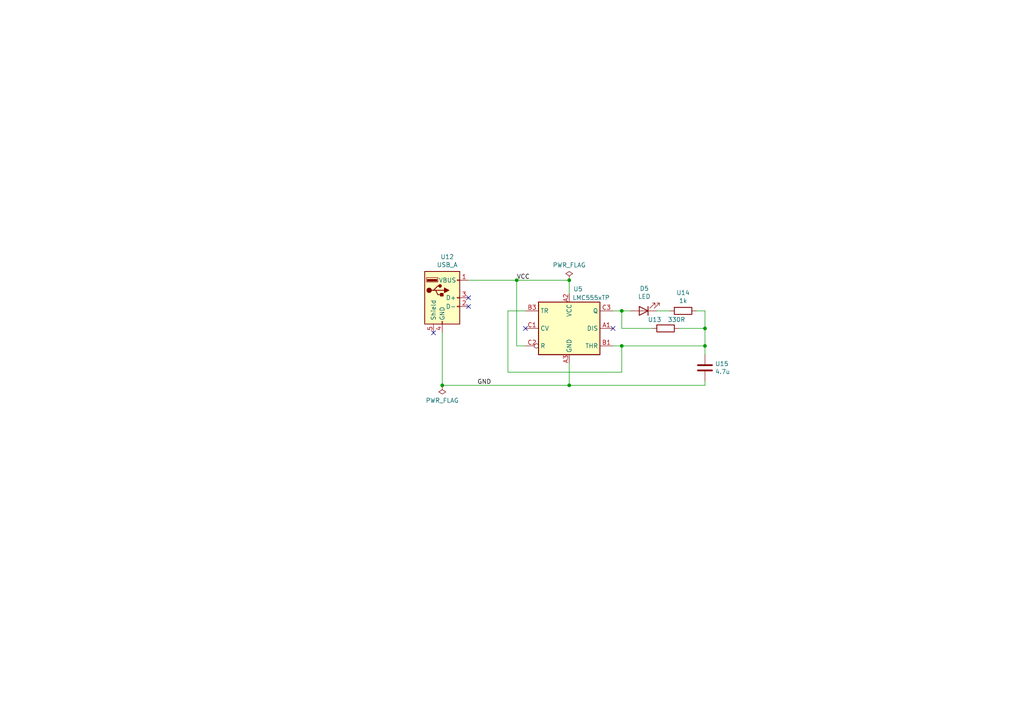
<source format=kicad_sch>
(kicad_sch (version 20211123) (generator eeschema)
  (paper "A4")
  (lib_symbols
    (symbol "Device:C" (pin_numbers hide) (pin_names (offset 0.254))
      (property "Reference" "C" (at 0.635 2.54 0))
      (property "Value" "C" (at 0.635 -2.54 0))
      (symbol "C_0_1"
        (polyline (pts (xy -2.032 -0.762) (xy 2.032 -0.762)) (stroke (width 0.508)))
        (polyline (pts (xy -2.032 0.762) (xy 2.032 0.762)) (stroke (width 0.508)))
      )
      (symbol "C_1_1"
        (pin passive line (at 0 3.81 270) (length 2.794) (name "~") (number "1"))
        (pin passive line (at 0 -3.81 90) (length 2.794) (name "~") (number "2"))
      )
    )
    (symbol "Device:LED" (pin_numbers hide) (pin_names (offset 1.016) hide)
      (property "Reference" "D" (at 0 2.54 0))
      (property "Value" "LED" (at 0 -2.54 0))
      (symbol "LED_0_1"
        (polyline (pts (xy -1.27 -1.27) (xy -1.27 1.27)) (stroke (width 0.254)))
        (polyline (pts (xy -1.27 0) (xy 1.27 0)))
        (polyline (pts (xy 1.27 -1.27) (xy 1.27 1.27) (xy -1.27 0) (xy 1.27 -1.27)) (stroke (width 0.254)))
        (polyline (pts (xy -3.048 -0.762) (xy -4.572 -2.286) (xy -3.81 -2.286) (xy -4.572 -2.286) (xy -4.572 -1.524)))
        (polyline (pts (xy -1.778 -0.762) (xy -3.302 -2.286) (xy -2.54 -2.286) (xy -3.302 -2.286) (xy -3.302 -1.524)))
      )
      (symbol "LED_1_1"
        (pin passive line (at -3.81 0 0) (length 2.54) (name "K") (number "1"))
        (pin passive line (at 3.81 0 180) (length 2.54) (name "A") (number "2"))
      )
    )
    (symbol "Device:R" (pin_numbers hide) (pin_names (offset 0))
      (property "Reference" "R" (at 2.032 0 90))
      (property "Value" "R" (at 0 0 90))
      (symbol "R_0_1"
        (rectangle (start -1.016 -2.54) (end 1.016 2.54) (stroke (width 0.254)))
      )
      (symbol "R_1_1"
        (pin passive line (at 0 3.81 270) (length 1.27) (name "~") (number "1"))
        (pin passive line (at 0 -3.81 90) (length 1.27) (name "~") (number "2"))
      )
    )
    (symbol "Timer:LMC555xTP"
      (property "Reference" "U" (at -10.16 8.89 0))
      (property "Value" "LMC555xTP" (at 2.54 8.89 0))
      (symbol "LMC555xTP_0_0"
        (pin power_in line (at 0 10.16 270) (length 2.54) (name "VCC") (number "A2"))
        (pin power_in line (at 0 -10.16 90) (length 2.54) (name "GND") (number "A3"))
      )
      (symbol "LMC555xTP_0_1"
        (rectangle (start -8.89 -7.62) (end 8.89 7.62) (stroke (width 0.254)) (fill (type background)))
        (rectangle (start -8.89 -7.62) (end 8.89 7.62) (stroke (width 0.254)) (fill (type background)))
      )
      (symbol "LMC555xTP_1_1"
        (pin input line (at 12.7 0 180) (length 3.81) (name "DIS") (number "A1"))
        (pin input line (at 12.7 -5.08 180) (length 3.81) (name "THR") (number "B1"))
        (pin input line (at -12.7 5.08 0) (length 3.81) (name "TR") (number "B3"))
        (pin input line (at -12.7 0 0) (length 3.81) (name "CV") (number "C1"))
        (pin input inverted (at -12.7 -5.08 0) (length 3.81) (name "R") (number "C2"))
        (pin output line (at 12.7 5.08 180) (length 3.81) (name "Q") (number "C3"))
      )
    )
    (symbol "power:PWR_FLAG" (power) (pin_numbers hide) (pin_names (offset 0) hide)
      (property "Value" "PWR_FLAG" (at 0 3.81 0))
      (symbol "PWR_FLAG_0_0"
        (pin power_out line (at 0 0 90) (length 0) (name "pwr") (number "1"))
      )
      (symbol "PWR_FLAG_0_1"
        (polyline (pts (xy 0 0) (xy 0 1.27) (xy -1.016 1.905) (xy 0 2.54) (xy 1.016 1.905) (xy 0 1.27)))
      )
    )
    (symbol "solderingChallenge-rescue:USB_A-Connector" (pin_names (offset 1.016))
      (property "Reference" "J" (at -5.08 11.43 0))
      (property "Value" "USB_A-Connector" (at -5.08 8.89 0))
      (symbol "USB_A-Connector_0_1"
        (rectangle (start -5.08 -7.62) (end 5.08 7.62) (stroke (width 0.254)) (fill (type background)))
        (circle (center -3.81 2.159) (radius 0.635) (stroke (width 0.254)) (fill (type outline)))
        (rectangle (start -1.524 4.826) (end -4.318 5.334) (fill (type outline)))
        (rectangle (start -1.27 4.572) (end -4.572 5.842))
        (circle (center -0.635 3.429) (radius 0.381) (stroke (width 0.254)) (fill (type outline)))
        (rectangle (start -0.127 -7.62) (end 0.127 -6.858))
        (polyline (pts (xy -3.175 2.159) (xy -2.54 2.159) (xy -1.27 3.429) (xy -0.635 3.429)) (stroke (width 0.254)))
        (polyline (pts (xy -2.54 2.159) (xy -1.905 2.159) (xy -1.27 0.889) (xy 0 0.889)) (stroke (width 0.254)))
        (polyline (pts (xy 0.635 2.794) (xy 0.635 1.524) (xy 1.905 2.159) (xy 0.635 2.794)) (stroke (width 0.254)) (fill (type outline)))
        (rectangle (start 0.254 1.27) (end -0.508 0.508) (stroke (width 0.254)) (fill (type outline)))
        (rectangle (start 5.08 -2.667) (end 4.318 -2.413))
        (rectangle (start 5.08 -0.127) (end 4.318 0.127))
        (rectangle (start 5.08 4.953) (end 4.318 5.207))
      )
      (symbol "USB_A-Connector_1_1"
        (polyline (pts (xy -1.905 2.159) (xy 0.635 2.159)) (stroke (width 0.254)))
        (pin power_in line (at 7.62 5.08 180) (length 2.54) (name "VBUS") (number "1"))
        (pin passive line (at 7.62 -2.54 180) (length 2.54) (name "D-") (number "2"))
        (pin passive line (at 7.62 0 180) (length 2.54) (name "D+") (number "3"))
        (pin power_in line (at 0 -10.16 90) (length 2.54) (name "GND") (number "4"))
        (pin passive line (at -2.54 -10.16 90) (length 2.54) (name "Shield") (number "5"))
      )
    )
  )
  (junction (at 165.1 81.28))
  (junction (at 180.34 100.33))
  (junction (at 165.1 111.76))
  (junction (at 149.86 81.28))
  (junction (at 128.27 111.76))
  (junction (at 204.47 100.33))
  (junction (at 204.47 95.25))
  (junction (at 180.34 90.17))
  (no_connect (at 177.8 95.25))
  (no_connect (at 135.89 88.9))
  (no_connect (at 125.73 96.52))
  (no_connect (at 152.4 95.25))
  (no_connect (at 135.89 86.36))
  (wire (pts (xy 204.47 90.17) (xy 204.47 95.25)))
  (wire (pts (xy 177.8 100.33) (xy 180.34 100.33)))
  (wire (pts (xy 180.34 95.25) (xy 180.34 90.17)))
  (wire (pts (xy 147.32 90.17) (xy 147.32 107.95)))
  (wire (pts (xy 165.1 111.76) (xy 165.1 105.41)))
  (wire (pts (xy 128.27 111.76) (xy 165.1 111.76)))
  (wire (pts (xy 180.34 100.33) (xy 204.47 100.33)))
  (wire (pts (xy 149.86 100.33) (xy 149.86 81.28)))
  (wire (pts (xy 165.1 85.09) (xy 165.1 81.28)))
  (wire (pts (xy 147.32 107.95) (xy 180.34 107.95)))
  (wire (pts (xy 204.47 100.33) (xy 204.47 102.87)))
  (wire (pts (xy 180.34 90.17) (xy 177.8 90.17)))
  (wire (pts (xy 152.4 100.33) (xy 149.86 100.33)))
  (wire (pts (xy 180.34 100.33) (xy 180.34 107.95)))
  (wire (pts (xy 201.93 90.17) (xy 204.47 90.17)))
  (wire (pts (xy 128.27 111.76) (xy 128.27 96.52)))
  (wire (pts (xy 135.89 81.28) (xy 149.86 81.28)))
  (wire (pts (xy 149.86 81.28) (xy 165.1 81.28)))
  (wire (pts (xy 204.47 111.76) (xy 204.47 110.49)))
  (wire (pts (xy 152.4 90.17) (xy 147.32 90.17)))
  (wire (pts (xy 196.85 95.25) (xy 204.47 95.25)))
  (wire (pts (xy 194.31 90.17) (xy 190.5 90.17)))
  (wire (pts (xy 204.47 95.25) (xy 204.47 100.33)))
  (wire (pts (xy 180.34 90.17) (xy 182.88 90.17)))
  (wire (pts (xy 189.23 95.25) (xy 180.34 95.25)))
  (wire (pts (xy 165.1 111.76) (xy 204.47 111.76)))
  (label "GND" (at 138.43 111.76 0))
  (label "VCC" (at 149.86 81.28 0))
  (symbol (lib_id "Device:LED") (at 186.69 90.17 180) (unit 1)
    (property "Reference" "D5" (at 186.8678 83.693 0))
    (property "Value" "LED" (at 186.8678 86.0044 0))
    (property "Footprint" "LED_SMD:LED_0201_0603Metric" (effects hide))
  )
  (symbol (lib_id "Timer:LMC555xTP") (at 165.1 95.25 0) (unit 1)
    (property "Reference" "U5" (at 167.64 83.82 0))
    (property "Value" "LMC555xTP" (at 171.45 86.36 0))
    (property "Footprint" "Package_BGA:Texas_DSBGA-8_1.43x1.41mm_Layout3x3_P0.5mm" (effects hide))
    (property "Datasheet" "http://www.ti.com/lit/ds/symlink/lmc555.pdf" (effects hide))
  )
  (symbol (lib_id "solderingChallenge-rescue:USB_A-Connector") (at 128.27 86.36 0) (unit 1)
    (property "Reference" "U12" (at 129.7178 74.4982 0))
    (property "Value" "USB_A" (at 129.7178 76.8096 0))
    (property "Footprint" "Robotarna_KiCad_Library:usb-PCB" (effects hide))
    (property "Datasheet" " ~" (effects hide))
  )
  (symbol (lib_id "Device:C") (at 204.47 106.68 0) (unit 1)
    (property "Reference" "U15" (at 207.391 105.5116 0) (effects (justify left)))
    (property "Value" "4.7u" (at 207.391 107.823 0) (effects (justify left)))
    (property "Footprint" "Capacitor_SMD:C_0402_1005Metric" (effects hide))
  )
  (symbol (lib_id "Device:R") (at 198.12 90.17 270) (unit 1)
    (property "Reference" "U14" (at 198.12 84.9122 90))
    (property "Value" "1k" (at 198.12 87.2236 90))
    (property "Footprint" "Resistor_SMD:R_0201_0603Metric" (effects hide))
  )
  (symbol (lib_id "power:PWR_FLAG") (at 165.1 81.28 0) (unit 1)
    (property "Reference" "#U0107" (effects hide))
    (property "Value" "PWR_FLAG" (at 165.1 76.8858 0))
  )
  (symbol (lib_id "power:PWR_FLAG") (at 128.27 111.76 180) (unit 1)
    (property "Reference" "#U0108" (effects hide))
    (property "Value" "PWR_FLAG" (at 128.27 116.1542 0))
  )
  (symbol (lib_id "Device:R") (at 193.04 95.25 270) (unit 1)
    (property "Reference" "U13" (at 189.865 92.71 90))
    (property "Value" "330R" (at 196.215 92.71 90))
    (property "Footprint" "Resistor_SMD:R_0201_0603Metric" (effects hide))
  )
)
</source>
